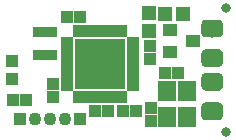
<source format=gts>
G04 #@! TF.GenerationSoftware,KiCad,Pcbnew,5.0.0-rc3+dfsg1-1*
G04 #@! TF.CreationDate,2018-07-17T14:07:16+09:00*
G04 #@! TF.ProjectId,fst-01,6673742D30312E6B696361645F706362,rev?*
G04 #@! TF.SameCoordinates,PX791ddc0PY5e69114*
G04 #@! TF.FileFunction,Soldermask,Top*
G04 #@! TF.FilePolarity,Negative*
%FSLAX46Y46*%
G04 Gerber Fmt 4.6, Leading zero omitted, Abs format (unit mm)*
G04 Created by KiCad (PCBNEW 5.0.0-rc3+dfsg1-1) date Tue Jul 17 14:07:16 2018*
%MOMM*%
%LPD*%
G01*
G04 APERTURE LIST*
%ADD10C,1.104900*%
%ADD11R,1.104900X1.104900*%
%ADD12C,1.104800*%
%ADD13R,1.104900X1.104800*%
%ADD14C,0.150000*%
%ADD15C,1.504800*%
%ADD16C,0.804800*%
%ADD17R,0.703580X0.805180*%
%ADD18R,2.209800X2.209800*%
%ADD19R,0.604520X1.054100*%
%ADD20R,1.054100X0.604520*%
%ADD21R,1.102360X1.102360*%
%ADD22R,1.203960X1.305560*%
%ADD23R,1.204800X1.104800*%
%ADD24R,1.498600X1.701800*%
%ADD25R,1.104900X1.003300*%
%ADD26R,1.003300X1.104900*%
%ADD27R,1.305560X1.203960*%
G04 APERTURE END LIST*
D10*
G04 #@! TO.C,K1*
X-14973300Y-4178300D03*
D11*
X-16243300Y-4178300D03*
D12*
X-13703300Y-4178300D03*
D10*
X-12433300Y-4178300D03*
D13*
X-11163300Y-4178300D03*
G04 #@! TD*
D14*
G04 #@! TO.C,J1*
G36*
X563074Y-249412D02*
X599593Y-254829D01*
X635405Y-263799D01*
X670166Y-276237D01*
X703539Y-292021D01*
X735206Y-311001D01*
X764859Y-332993D01*
X792214Y-357786D01*
X817007Y-385141D01*
X838999Y-414794D01*
X857979Y-446461D01*
X873763Y-479834D01*
X886201Y-514595D01*
X895171Y-550407D01*
X900588Y-586926D01*
X902400Y-623800D01*
X902400Y-1376200D01*
X900588Y-1413074D01*
X895171Y-1449593D01*
X886201Y-1485405D01*
X873763Y-1520166D01*
X857979Y-1553539D01*
X838999Y-1585206D01*
X817007Y-1614859D01*
X792214Y-1642214D01*
X764859Y-1667007D01*
X735206Y-1688999D01*
X703539Y-1707979D01*
X670166Y-1723763D01*
X635405Y-1736201D01*
X599593Y-1745171D01*
X563074Y-1750588D01*
X526200Y-1752400D01*
X-526200Y-1752400D01*
X-563074Y-1750588D01*
X-599593Y-1745171D01*
X-635405Y-1736201D01*
X-670166Y-1723763D01*
X-703539Y-1707979D01*
X-735206Y-1688999D01*
X-764859Y-1667007D01*
X-792214Y-1642214D01*
X-817007Y-1614859D01*
X-838999Y-1585206D01*
X-857979Y-1553539D01*
X-873763Y-1520166D01*
X-886201Y-1485405D01*
X-895171Y-1449593D01*
X-900588Y-1413074D01*
X-902400Y-1376200D01*
X-902400Y-623800D01*
X-900588Y-586926D01*
X-895171Y-550407D01*
X-886201Y-514595D01*
X-873763Y-479834D01*
X-857979Y-446461D01*
X-838999Y-414794D01*
X-817007Y-385141D01*
X-792214Y-357786D01*
X-764859Y-332993D01*
X-735206Y-311001D01*
X-703539Y-292021D01*
X-670166Y-276237D01*
X-635405Y-263799D01*
X-599593Y-254829D01*
X-563074Y-249412D01*
X-526200Y-247600D01*
X526200Y-247600D01*
X563074Y-249412D01*
X563074Y-249412D01*
G37*
D15*
X0Y-1000000D03*
D14*
G36*
X563074Y1750588D02*
X599593Y1745171D01*
X635405Y1736201D01*
X670166Y1723763D01*
X703539Y1707979D01*
X735206Y1688999D01*
X764859Y1667007D01*
X792214Y1642214D01*
X817007Y1614859D01*
X838999Y1585206D01*
X857979Y1553539D01*
X873763Y1520166D01*
X886201Y1485405D01*
X895171Y1449593D01*
X900588Y1413074D01*
X902400Y1376200D01*
X902400Y623800D01*
X900588Y586926D01*
X895171Y550407D01*
X886201Y514595D01*
X873763Y479834D01*
X857979Y446461D01*
X838999Y414794D01*
X817007Y385141D01*
X792214Y357786D01*
X764859Y332993D01*
X735206Y311001D01*
X703539Y292021D01*
X670166Y276237D01*
X635405Y263799D01*
X599593Y254829D01*
X563074Y249412D01*
X526200Y247600D01*
X-526200Y247600D01*
X-563074Y249412D01*
X-599593Y254829D01*
X-635405Y263799D01*
X-670166Y276237D01*
X-703539Y292021D01*
X-735206Y311001D01*
X-764859Y332993D01*
X-792214Y357786D01*
X-817007Y385141D01*
X-838999Y414794D01*
X-857979Y446461D01*
X-873763Y479834D01*
X-886201Y514595D01*
X-895171Y550407D01*
X-900588Y586926D01*
X-902400Y623800D01*
X-902400Y1376200D01*
X-900588Y1413074D01*
X-895171Y1449593D01*
X-886201Y1485405D01*
X-873763Y1520166D01*
X-857979Y1553539D01*
X-838999Y1585206D01*
X-817007Y1614859D01*
X-792214Y1642214D01*
X-764859Y1667007D01*
X-735206Y1688999D01*
X-703539Y1707979D01*
X-670166Y1723763D01*
X-635405Y1736201D01*
X-599593Y1745171D01*
X-563074Y1750588D01*
X-526200Y1752400D01*
X526200Y1752400D01*
X563074Y1750588D01*
X563074Y1750588D01*
G37*
D15*
X0Y1000000D03*
D14*
G36*
X563074Y-2749412D02*
X599593Y-2754829D01*
X635405Y-2763799D01*
X670166Y-2776237D01*
X703539Y-2792021D01*
X735206Y-2811001D01*
X764859Y-2832993D01*
X792214Y-2857786D01*
X817007Y-2885141D01*
X838999Y-2914794D01*
X857979Y-2946461D01*
X873763Y-2979834D01*
X886201Y-3014595D01*
X895171Y-3050407D01*
X900588Y-3086926D01*
X902400Y-3123800D01*
X902400Y-3876200D01*
X900588Y-3913074D01*
X895171Y-3949593D01*
X886201Y-3985405D01*
X873763Y-4020166D01*
X857979Y-4053539D01*
X838999Y-4085206D01*
X817007Y-4114859D01*
X792214Y-4142214D01*
X764859Y-4167007D01*
X735206Y-4188999D01*
X703539Y-4207979D01*
X670166Y-4223763D01*
X635405Y-4236201D01*
X599593Y-4245171D01*
X563074Y-4250588D01*
X526200Y-4252400D01*
X-526200Y-4252400D01*
X-563074Y-4250588D01*
X-599593Y-4245171D01*
X-635405Y-4236201D01*
X-670166Y-4223763D01*
X-703539Y-4207979D01*
X-735206Y-4188999D01*
X-764859Y-4167007D01*
X-792214Y-4142214D01*
X-817007Y-4114859D01*
X-838999Y-4085206D01*
X-857979Y-4053539D01*
X-873763Y-4020166D01*
X-886201Y-3985405D01*
X-895171Y-3949593D01*
X-900588Y-3913074D01*
X-902400Y-3876200D01*
X-902400Y-3123800D01*
X-900588Y-3086926D01*
X-895171Y-3050407D01*
X-886201Y-3014595D01*
X-873763Y-2979834D01*
X-857979Y-2946461D01*
X-838999Y-2914794D01*
X-817007Y-2885141D01*
X-792214Y-2857786D01*
X-764859Y-2832993D01*
X-735206Y-2811001D01*
X-703539Y-2792021D01*
X-670166Y-2776237D01*
X-635405Y-2763799D01*
X-599593Y-2754829D01*
X-563074Y-2749412D01*
X-526200Y-2747600D01*
X526200Y-2747600D01*
X563074Y-2749412D01*
X563074Y-2749412D01*
G37*
D15*
X0Y-3500000D03*
D14*
G36*
X563074Y4250708D02*
X599593Y4245291D01*
X635405Y4236321D01*
X670166Y4223883D01*
X703539Y4208099D01*
X735206Y4189119D01*
X764859Y4167127D01*
X792214Y4142334D01*
X817007Y4114979D01*
X838999Y4085326D01*
X857979Y4053659D01*
X873763Y4020286D01*
X886201Y3985525D01*
X895171Y3949713D01*
X900588Y3913194D01*
X902400Y3876320D01*
X902400Y3123920D01*
X900588Y3087046D01*
X895171Y3050527D01*
X886201Y3014715D01*
X873763Y2979954D01*
X857979Y2946581D01*
X838999Y2914914D01*
X817007Y2885261D01*
X792214Y2857906D01*
X764859Y2833113D01*
X735206Y2811121D01*
X703539Y2792141D01*
X670166Y2776357D01*
X635405Y2763919D01*
X599593Y2754949D01*
X563074Y2749532D01*
X526200Y2747720D01*
X-526200Y2747720D01*
X-563074Y2749532D01*
X-599593Y2754949D01*
X-635405Y2763919D01*
X-670166Y2776357D01*
X-703539Y2792141D01*
X-735206Y2811121D01*
X-764859Y2833113D01*
X-792214Y2857906D01*
X-817007Y2885261D01*
X-838999Y2914914D01*
X-857979Y2946581D01*
X-873763Y2979954D01*
X-886201Y3014715D01*
X-895171Y3050527D01*
X-900588Y3087046D01*
X-902400Y3123920D01*
X-902400Y3876320D01*
X-900588Y3913194D01*
X-895171Y3949713D01*
X-886201Y3985525D01*
X-873763Y4020286D01*
X-857979Y4053659D01*
X-838999Y4085326D01*
X-817007Y4114979D01*
X-792214Y4142334D01*
X-764859Y4167127D01*
X-735206Y4189119D01*
X-703539Y4208099D01*
X-670166Y4223883D01*
X-635405Y4236321D01*
X-599593Y4245291D01*
X-563074Y4250708D01*
X-526200Y4252520D01*
X526200Y4252520D01*
X563074Y4250708D01*
X563074Y4250708D01*
G37*
D15*
X0Y3500120D03*
D16*
X1200000Y-5250000D03*
X1200000Y5250000D03*
G04 #@! TD*
D17*
G04 #@! TO.C,U3*
X-14810740Y3185160D03*
X-14160500Y3185160D03*
X-13510260Y3185160D03*
X-13510260Y1285240D03*
X-14160500Y1285240D03*
X-14810740Y1285240D03*
G04 #@! TD*
D18*
G04 #@! TO.C,U1*
X-8456012Y-545971D03*
D19*
X-7495892Y-2280791D03*
X-7996272Y-2280791D03*
X-8496652Y-2280791D03*
X-8997032Y-2280791D03*
X-9497412Y-2280791D03*
X-9997792Y-2280791D03*
X-10498172Y-2280791D03*
X-10998552Y-2280791D03*
X-11498932Y-2280791D03*
D20*
X-12273632Y-1506091D03*
X-12273632Y-1005711D03*
X-12273632Y-505331D03*
X-12273632Y-4951D03*
X-12273632Y495429D03*
X-12273632Y995809D03*
X-12273632Y1496189D03*
X-12273632Y1996569D03*
X-12273632Y2496949D03*
D19*
X-11498932Y3271649D03*
X-10998552Y3271649D03*
X-10498172Y3271649D03*
X-9997792Y3271649D03*
X-9497412Y3271649D03*
X-8997032Y3271649D03*
X-8496652Y3271649D03*
X-7996272Y3271649D03*
X-7495892Y3271649D03*
D20*
X-6721192Y2496949D03*
X-6721192Y1996569D03*
X-6721192Y1496189D03*
X-6721192Y995809D03*
X-6721192Y495429D03*
X-6721192Y-4951D03*
X-6721192Y-505331D03*
X-6721192Y-1005711D03*
X-6721192Y-1506091D03*
D18*
X-10538812Y-545971D03*
X-10538812Y1536829D03*
X-8456012Y1536829D03*
G04 #@! TD*
D21*
G04 #@! TO.C,D1*
X-16929100Y749300D03*
X-16929100Y-749300D03*
G04 #@! TD*
D22*
G04 #@! TO.C,C9*
X-4003040Y4749800D03*
X-2499360Y4749800D03*
G04 #@! TD*
D23*
G04 #@! TO.C,U2*
X-1578100Y2438400D03*
X-3578100Y1488400D03*
X-3578100Y3388400D03*
G04 #@! TD*
D24*
G04 #@! TO.C,X1*
X-3811763Y-1788774D03*
X-2109963Y-1788774D03*
X-2109963Y-3988414D03*
X-3811763Y-3988414D03*
G04 #@! TD*
D25*
G04 #@! TO.C,C2*
X-4003040Y-279400D03*
X-2905760Y-279400D03*
G04 #@! TD*
D26*
G04 #@! TO.C,C4*
X-5219700Y911860D03*
X-5219700Y2009140D03*
G04 #@! TD*
D25*
G04 #@! TO.C,C5*
X-7533640Y-3492500D03*
X-6436360Y-3492500D03*
G04 #@! TD*
G04 #@! TO.C,C6*
X-11173460Y4470400D03*
X-12270740Y4470400D03*
G04 #@! TD*
D26*
G04 #@! TO.C,C7*
X-13474700Y-1229360D03*
X-13474700Y-2326640D03*
G04 #@! TD*
G04 #@! TO.C,C1*
X-5207000Y-3210560D03*
X-5207000Y-4307840D03*
G04 #@! TD*
D25*
G04 #@! TO.C,C3*
X-9883140Y-3492500D03*
X-8785860Y-3492500D03*
G04 #@! TD*
G04 #@! TO.C,R1*
X-16880840Y-2540000D03*
X-15783560Y-2540000D03*
G04 #@! TD*
D27*
G04 #@! TO.C,C8*
X-5372100Y3319780D03*
X-5372100Y4823460D03*
G04 #@! TD*
M02*

</source>
